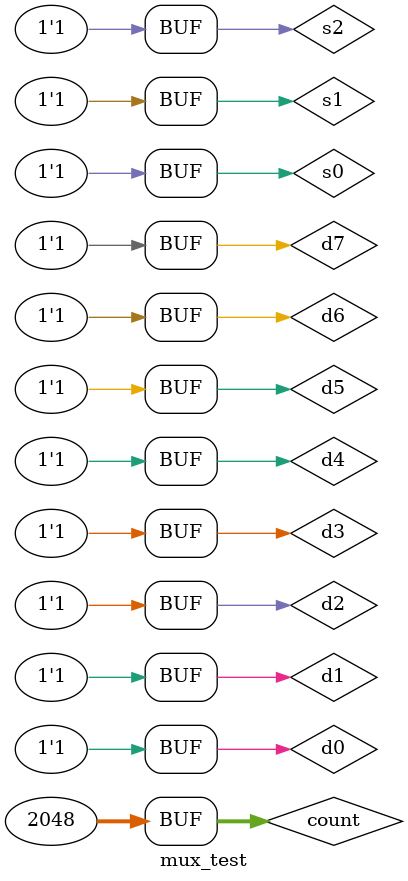
<source format=v>
module mux(
    input s0,
    input s1,
    input s2,
    input d0,
    input d1,
    input d2,
    input d3,
    input d4,
    input d5,
    input d6,
    input d7,
    output out
    );
    
    wire t1,t2,t3,t4,t5,t6,t7,t8,t9,t10,t11;
    
    not (t1,s0);
    not (t2,s1);
    not (t3,s2);
    
    and (t4,d0,t1,t2,t3);
    and (t5,d1,s0,t2,t3);
    and (t6,d2,s1,t1,t3);
    and (t7,d3,s0,s1,t3);
    and (t8,d4,s2,t1,t2);
    and (t9,d5,s0,s2,t2);
    and (t10,d6,s1,s2,t1);
    and (t11,d7,s0,s1,s2);
    
    or(out,t4,t5,t6,t7,t8,t9,t10,t11);
    
endmodule

//Testbench

module mux_test();
  reg s0;
  reg s1;
  reg s2;
  reg d0;
  reg d1;
  reg d2;
  reg d3;
  reg d4;
  reg d5;
  reg d6;
  reg d7;
  wire out;
  
  mux m1(.s0(s0),.s1(s1),.s2(s2),.d0(d0),.d1(d1),.d2(d2),.d3(d3),.d4(d4),.d5(d5),.d6(d6),.d7(d7),.out(out));
  integer count;
  
  initial begin
    $dumpfile("dump.vcd");
    $dumpvars(1);
  end
  
  initial begin
    for(count=0;count<2048;count=count+1)
      begin
        {s0,s1,s2,d0,d1,d2,d3,d4,d5,d6,d7}=count;
        #20;
      end
  end
endmodule

</source>
